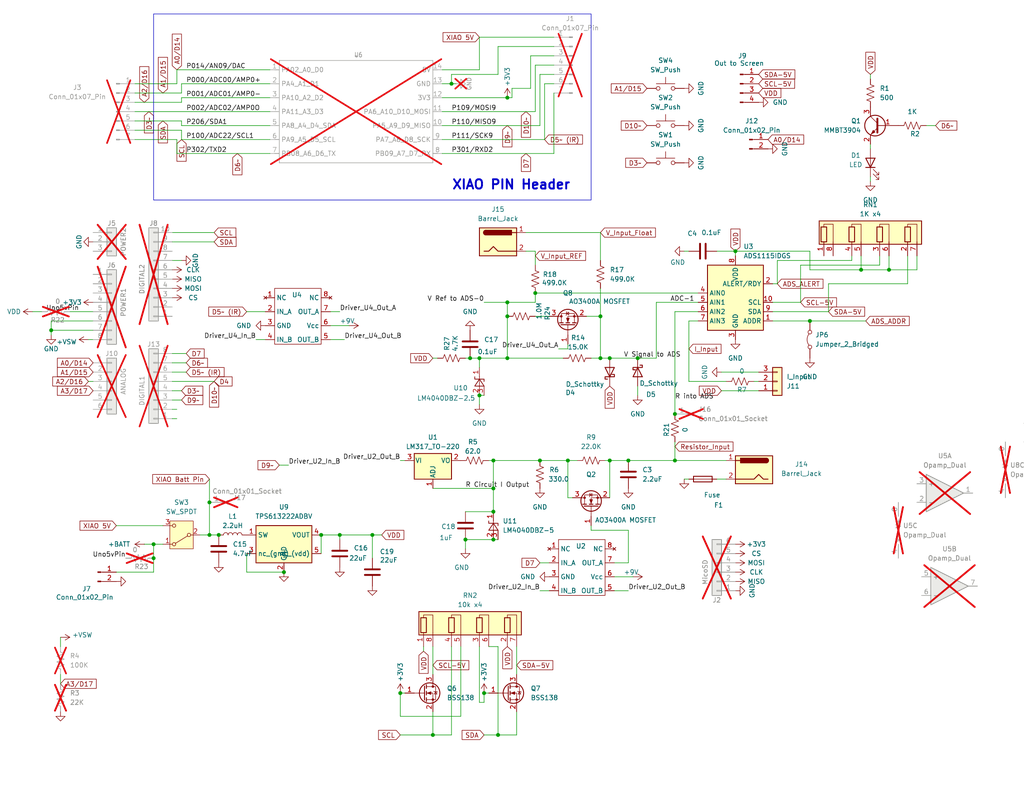
<source format=kicad_sch>
(kicad_sch (version 20250114) (generator "eeschema") (generator_version "9.0")
  (paper "USLetter")
  (title_block (title "Arduino Uno DMM Shield") (date "2025-02-22") (rev "1A") (company "Nick Mann"))
  (rectangle (start 41.91 3.81) (end 161.29 54.61))
  (text "XIAO PIN Header" (at 123.19 52.07 0) (effects (font (size 2.54 2.54) (bold yes)) (justify left bottom)))
  (junction (at 135.89 200.66))
  (junction (at 163.83 97.79))
  (junction (at 92.71 146.05))
  (junction (at 101.6 146.05))
  (junction (at 127 147.32))
  (junction (at 130.81 107.95))
  (junction (at 173.99 97.79))
  (junction (at -74.93 148.59))
  (junction (at 147.32 125.73))
  (junction (at 134.62 139.7))
  (junction (at 130.81 97.79))
  (junction (at -31.75 135.89))
  (junction (at 77.47 156.21))
  (junction (at 134.62 147.32))
  (junction (at 134.62 133.35))
  (junction (at 184.15 125.73))
  (junction (at 242.57 73.66))
  (junction (at 234.95 73.66))
  (junction (at 128.27 97.79))
  (junction (at 154.94 125.73))
  (junction (at 57.15 137.16))
  (junction (at -74.93 138.43))
  (junction (at -17.78 135.89))
  (junction (at 138.43 26.67))
  (junction (at 138.43 86.36))
  (junction (at 134.62 125.73))
  (junction (at 87.63 146.05))
  (junction (at 200.66 68.58))
  (junction (at 41.91 148.59))
  (junction (at 109.22 189.23))
  (junction (at 132.08 189.23))
  (junction (at 138.43 82.55))
  (junction (at 163.83 86.36))
  (junction (at -73.66 130.81))
  (junction (at 166.37 125.73))
  (junction (at 171.45 125.73))
  (junction (at -83.82 148.59))
  (junction (at 57.15 146.05))
  (junction (at 184.15 113.03))
  (junction (at 13.97 90.17))
  (junction (at 41.91 152.4))
  (junction (at 123.19 22.86))
  (junction (at 118.11 200.66))
  (junction (at 166.37 97.79))
  (junction (at -74.93 193.04))
  (junction (at 59.69 146.05))
  (junction (at -31.75 146.05))
  (junction (at -74.93 184.15))
  (junction (at 220.98 87.63))
  (junction (at 138.43 97.79))
  (junction (at 146.05 80.01))
  (junction (at -83.82 138.43))
  (wire (pts (xy 210.82 85.09) (xy 226.06 85.09)))
  (wire (pts (xy 92.71 146.05) (xy 92.71 147.32)))
  (wire (pts (xy 147.32 20.32) (xy 151.13 20.32)))
  (wire (pts (xy 48.26 22.86) (xy 48.26 19.05)))
  (wire (pts (xy 148.59 22.86) (xy 148.59 38.1)))
  (wire (pts (xy 237.49 48.26) (xy 237.49 49.53)))
  (wire (pts (xy 237.49 20.32) (xy 237.49 21.59)))
  (wire (pts (xy 46.99 96.52) (xy 50.8 96.52)))
  (wire (pts (xy 163.83 63.5) (xy 143.51 63.5)))
  (wire (pts (xy 120.65 38.1) (xy 148.59 38.1)))
  (wire (pts (xy 36.83 25.4) (xy 49.53 25.4)))
  (wire (pts (xy 110.49 189.23) (xy 109.22 189.23)))
  (wire (pts (xy 220.98 68.58) (xy 220.98 73.66)))
  (wire (pts (xy 140.97 200.66) (xy 140.97 194.31)))
  (wire (pts (xy 48.26 38.1) (xy 36.83 38.1)))
  (wire (pts (xy 16.51 173.99) (xy 16.51 176.53)))
  (wire (pts (xy 93.98 92.71) (xy 90.17 92.71)))
  (wire (pts (xy 139.7 24.13) (xy 144.78 24.13)))
  (wire (pts (xy 146.05 68.58) (xy 143.51 68.58)))
  (wire (pts (xy 135.89 200.66) (xy 140.97 200.66)))
  (wire (pts (xy 237.49 40.64) (xy 237.49 39.37)))
  (wire (pts (xy 13.97 90.17) (xy 13.97 91.44)))
  (wire (pts (xy 144.78 24.13) (xy 144.78 15.24)))
  (wire (pts (xy 123.19 22.86) (xy 123.19 20.32)))
  (wire (pts (xy 120.65 34.29) (xy 147.32 34.29)))
  (wire (pts (xy 133.35 189.23) (xy 132.08 189.23)))
  (wire (pts (xy 120.65 30.48) (xy 146.05 30.48)))
  (wire (pts (xy 31.75 156.21) (xy 41.91 156.21)))
  (wire (pts (xy 226.06 77.47) (xy 247.65 77.47)))
  (wire (pts (xy 46.99 66.04) (xy 58.42 66.04)))
  (wire (pts (xy 171.45 125.73) (xy 184.15 125.73)))
  (wire (pts (xy -92.71 148.59) (xy -83.82 148.59)))
  (wire (pts (xy 138.43 86.36) (xy 138.43 97.79)))
  (wire (pts (xy 46.99 99.06) (xy 50.8 99.06)))
  (wire (pts (xy 49.53 34.29) (xy 73.66 34.29)))
  (wire (pts (xy 13.97 90.17) (xy 25.4 90.17)))
  (wire (pts (xy 127 97.79) (xy 128.27 97.79)))
  (wire (pts (xy 140.97 176.53) (xy 140.97 184.15)))
  (wire (pts (xy 130.81 176.53) (xy 130.81 191.77)))
  (wire (pts (xy 120.65 19.05) (xy 130.81 19.05)))
  (wire (pts (xy 130.81 107.95) (xy 132.08 107.95)))
  (wire (pts (xy 161.29 144.78) (xy 161.29 143.51)))
  (wire (pts (xy 135.89 176.53) (xy 135.89 200.66)))
  (wire (pts (xy 198.12 104.14) (xy 187.96 104.14)))
  (wire (pts (xy -74.93 184.15) (xy -67.31 184.15)))
  (wire (pts (xy 212.09 77.47) (xy 210.82 77.47)))
  (wire (pts (xy 118.11 133.35) (xy 134.62 133.35)))
  (wire (pts (xy 163.83 97.79) (xy 166.37 97.79)))
  (wire (pts (xy 240.03 69.85) (xy 240.03 72.39)))
  (wire (pts (xy 130.81 110.49) (xy 130.81 107.95)))
  (wire (pts (xy 161.29 97.79) (xy 163.83 97.79)))
  (wire (pts (xy 49.53 22.86) (xy 73.66 22.86)))
  (wire (pts (xy 67.31 151.13) (xy 67.31 156.21)))
  (wire (pts (xy 173.99 97.79) (xy 179.07 97.79)))
  (wire (pts (xy 69.85 92.71) (xy 72.39 92.71)))
  (wire (pts (xy 138.43 26.67) (xy 120.65 26.67)))
  (wire (pts (xy -17.78 135.89) (xy -17.78 140.97)))
  (wire (pts (xy -31.75 135.89) (xy -17.78 135.89)))
  (wire (pts (xy 198.12 130.81) (xy 195.58 130.81)))
  (wire (pts (xy 41.91 152.4) (xy 41.91 148.59)))
  (wire (pts (xy 118.11 200.66) (xy 118.11 194.31)))
  (wire (pts (xy 247.65 69.85) (xy 247.65 77.47)))
  (wire (pts (xy -73.66 135.89) (xy -74.93 135.89)))
  (wire (pts (xy 242.57 73.66) (xy 242.57 69.85)))
  (wire (pts (xy 24.13 92.71) (xy 25.4 92.71)))
  (wire (pts (xy 187.96 87.63) (xy 187.96 104.14)))
  (wire (pts (xy 39.37 148.59) (xy 41.91 148.59)))
  (wire (pts (xy 49.53 25.4) (xy 49.53 22.86)))
  (wire (pts (xy 148.59 22.86) (xy 151.13 22.86)))
  (wire (pts (xy 184.15 85.09) (xy 190.5 85.09)))
  (wire (pts (xy 57.15 146.05) (xy 59.69 146.05)))
  (wire (pts (xy 49.53 33.02) (xy 49.53 34.29)))
  (wire (pts (xy 87.63 146.05) (xy 87.63 151.13)))
  (wire (pts (xy 163.83 86.36) (xy 163.83 97.79)))
  (wire (pts (xy 134.62 133.35) (xy 134.62 139.7)))
  (wire (pts (xy 132.08 82.55) (xy 138.43 82.55)))
  (wire (pts (xy 48.26 19.05) (xy 73.66 19.05)))
  (wire (pts (xy -38.1 146.05) (xy -31.75 146.05)))
  (wire (pts (xy 67.31 156.21) (xy 77.47 156.21)))
  (wire (pts (xy 220.98 87.63) (xy 210.82 87.63)))
  (wire (pts (xy 200.66 68.58) (xy 200.66 69.85)))
  (wire (pts (xy 46.99 101.6) (xy 50.8 101.6)))
  (wire (pts (xy 138.43 97.79) (xy 153.67 97.79)))
  (wire (pts (xy 130.81 100.33) (xy 130.81 97.79)))
  (wire (pts (xy -74.93 135.89) (xy -74.93 138.43)))
  (wire (pts (xy -74.93 191.77) (xy -74.93 193.04)))
  (wire (pts (xy 57.15 137.16) (xy 57.15 146.05)))
  (wire (pts (xy 138.43 82.55) (xy 138.43 86.36)))
  (wire (pts (xy 49.53 38.1) (xy 49.53 35.56)))
  (wire (pts (xy 184.15 120.65) (xy 184.15 125.73)))
  (wire (pts (xy 76.2 127) (xy 78.74 127)))
  (wire (pts (xy 173.99 105.41) (xy 173.99 107.95)))
  (wire (pts (xy 109.22 125.73) (xy 110.49 125.73)))
  (wire (pts (xy -73.66 118.11) (xy -73.66 130.81)))
  (wire (pts (xy 146.05 80.01) (xy 190.5 80.01)))
  (wire (pts (xy 250.19 69.85) (xy 250.19 73.66)))
  (wire (pts (xy 184.15 85.09) (xy 184.15 113.03)))
  (wire (pts (xy 200.66 68.58) (xy 195.58 68.58)))
  (wire (pts (xy -80.01 130.81) (xy -73.66 130.81)))
  (wire (pts (xy 147.32 153.67) (xy 149.86 153.67)))
  (wire (pts (xy 90.17 85.09) (xy 92.71 85.09)))
  (wire (pts (xy 92.71 146.05) (xy 101.6 146.05)))
  (wire (pts (xy 13.97 87.63) (xy 13.97 90.17)))
  (wire (pts (xy 115.57 177.8) (xy 115.57 176.53)))
  (wire (pts (xy 186.69 130.81) (xy 187.96 130.81)))
  (wire (pts (xy 242.57 73.66) (xy 250.19 73.66)))
  (wire (pts (xy 101.6 146.05) (xy 104.14 146.05)))
  (wire (pts (xy 166.37 125.73) (xy 171.45 125.73)))
  (wire (pts (xy -83.82 148.59) (xy -83.82 147.32)))
  (wire (pts (xy 146.05 30.48) (xy 146.05 17.78)))
  (wire (pts (xy 154.94 125.73) (xy 154.94 135.89)))
  (wire (pts (xy 154.94 95.25) (xy 154.94 93.98)))
  (wire (pts (xy -60.96 118.11) (xy -73.66 118.11)))
  (wire (pts (xy 146.05 86.36) (xy 149.86 86.36)))
  (wire (pts (xy 125.73 176.53) (xy 125.73 195.58)))
  (wire (pts (xy 48.26 38.1) (xy 48.26 41.91)))
  (wire (pts (xy 101.6 146.05) (xy 101.6 152.4)))
  (wire (pts (xy 36.83 30.48) (xy 73.66 30.48)))
  (wire (pts (xy -52.07 184.15) (xy -48.26 184.15)))
  (wire (pts (xy 252.73 34.29) (xy 255.27 34.29)))
  (wire (pts (xy -74.93 193.04) (xy -67.31 193.04)))
  (wire (pts (xy -52.07 191.77) (xy -48.26 191.77)))
  (wire (pts (xy 139.7 26.67) (xy 138.43 26.67)))
  (wire (pts (xy 127 139.7) (xy 134.62 139.7)))
  (wire (pts (xy 207.01 104.14) (xy 205.74 104.14)))
  (wire (pts (xy 132.08 200.66) (xy 135.89 200.66)))
  (wire (pts (xy 109.22 195.58) (xy 125.73 195.58)))
  (wire (pts (xy 130.81 10.16) (xy 130.81 19.05)))
  (wire (pts (xy 119.38 97.79) (xy 118.11 97.79)))
  (wire (pts (xy -74.93 138.43) (xy -74.93 139.7)))
  (wire (pts (xy 187.96 68.58) (xy 186.69 68.58)))
  (wire (pts (xy 146.05 17.78) (xy 151.13 17.78)))
  (wire (pts (xy 120.65 22.86) (xy 123.19 22.86)))
  (wire (pts (xy -92.71 138.43) (xy -92.71 139.7)))
  (wire (pts (xy 151.13 41.91) (xy 151.13 25.4)))
  (wire (pts (xy 16.51 184.15) (xy 16.51 186.69)))
  (wire (pts (xy 187.96 87.63) (xy 190.5 87.63)))
  (wire (pts (xy 144.78 15.24) (xy 151.13 15.24)))
  (wire (pts (xy 57.15 130.81) (xy 57.15 137.16)))
  (wire (pts (xy 46.99 109.22) (xy 49.53 109.22)))
  (wire (pts (xy 46.99 114.3) (xy 48.26 114.3)))
  (wire (pts (xy 130.81 97.79) (xy 128.27 97.79)))
  (wire (pts (xy 123.19 20.32) (xy 135.89 20.32)))
  (wire (pts (xy 24.13 104.14) (xy 25.4 104.14)))
  (wire (pts (xy 154.94 125.73) (xy 147.32 125.73)))
  (wire (pts (xy 212.09 71.12) (xy 232.41 71.12)))
  (wire (pts (xy 49.53 38.1) (xy 73.66 38.1)))
  (wire (pts (xy 154.94 125.73) (xy 157.48 125.73)))
  (wire (pts (xy 207.01 106.68) (xy 196.85 106.68)))
  (wire (pts (xy 179.07 82.55) (xy 179.07 97.79)))
  (wire (pts (xy -83.82 138.43) (xy -74.93 138.43)))
  (wire (pts (xy 46.99 104.14) (xy 58.42 104.14)))
  (wire (pts (xy -38.1 130.81) (xy -38.1 118.11)))
  (wire (pts (xy 46.99 111.76) (xy 48.26 111.76)))
  (wire (pts (xy 46.99 106.68) (xy 49.53 106.68)))
  (wire (pts (xy 48.26 41.91) (xy 73.66 41.91)))
  (wire (pts (xy -31.75 146.05) (xy -29.21 146.05)))
  (wire (pts (xy 67.31 85.09) (xy 72.39 85.09)))
  (wire (pts (xy 133.35 176.53) (xy 135.89 176.53)))
  (wire (pts (xy 134.62 125.73) (xy 147.32 125.73)))
  (wire (pts (xy 130.81 10.16) (xy 151.13 10.16)))
  (wire (pts (xy 139.7 24.13) (xy 139.7 26.67)))
  (wire (pts (xy 138.43 82.55) (xy 146.05 82.55)))
  (wire (pts (xy 218.44 72.39) (xy 240.03 72.39)))
  (wire (pts (xy 163.83 63.5) (xy 163.83 71.12)))
  (wire (pts (xy 41.91 156.21) (xy 41.91 152.4)))
  (wire (pts (xy 118.11 176.53) (xy 118.11 184.15)))
  (wire (pts (xy 118.11 200.66) (xy 109.22 200.66)))
  (wire (pts (xy -38.1 135.89) (xy -31.75 135.89)))
  (wire (pts (xy 25.4 87.63) (xy 13.97 87.63)))
  (wire (pts (xy -83.82 138.43) (xy -83.82 139.7)))
  (wire (pts (xy 160.02 86.36) (xy 163.83 86.36)))
  (wire (pts (xy 236.22 87.63) (xy 220.98 87.63)))
  (wire (pts (xy 46.99 71.12) (xy 49.53 71.12)))
  (wire (pts (xy -38.1 118.11) (xy -53.34 118.11)))
  (wire (pts (xy 165.1 125.73) (xy 166.37 125.73)))
  (wire (pts (xy 146.05 80.01) (xy 146.05 82.55)))
  (wire (pts (xy -92.71 138.43) (xy -83.82 138.43)))
  (wire (pts (xy 220.98 73.66) (xy 234.95 73.66)))
  (wire (pts (xy 120.65 41.91) (xy 151.13 41.91)))
  (wire (pts (xy 36.83 33.02) (xy 49.53 33.02)))
  (wire (pts (xy 49.53 26.67) (xy 73.66 26.67)))
  (wire (pts (xy 226.06 77.47) (xy 226.06 85.09)))
  (wire (pts (xy 161.29 144.78) (xy 171.45 144.78)))
  (wire (pts (xy 49.53 27.94) (xy 49.53 26.67)))
  (wire (pts (xy 36.83 35.56) (xy 49.53 35.56)))
  (wire (pts (xy 31.75 143.51) (xy 44.45 143.51)))
  (wire (pts (xy 207.01 101.6) (xy 196.85 101.6)))
  (wire (pts (xy 8.89 85.09) (xy 11.43 85.09)))
  (wire (pts (xy 127 147.32) (xy 134.62 147.32)))
  (wire (pts (xy -92.71 148.59) (xy -92.71 147.32)))
  (wire (pts (xy 212.09 71.12) (xy 212.09 77.47)))
  (wire (pts (xy 109.22 189.23) (xy 109.22 195.58)))
  (wire (pts (xy 147.32 20.32) (xy 147.32 34.29)))
  (wire (pts (xy 234.95 69.85) (xy 234.95 73.66)))
  (wire (pts (xy 171.45 144.78) (xy 171.45 153.67)))
  (wire (pts (xy -31.75 146.05) (xy -31.75 143.51)))
  (wire (pts (xy 154.94 135.89) (xy 156.21 135.89)))
  (wire (pts (xy 123.19 200.66) (xy 118.11 200.66)))
  (wire (pts (xy 166.37 97.79) (xy 173.99 97.79)))
  (wire (pts (xy 166.37 125.73) (xy 166.37 135.89)))
  (wire (pts (xy 179.07 82.55) (xy 190.5 82.55)))
  (wire (pts (xy 123.19 176.53) (xy 123.19 200.66)))
  (wire (pts (xy 146.05 68.58) (xy 146.05 72.39)))
  (wire (pts (xy 130.81 191.77) (xy 132.08 191.77)))
  (wire (pts (xy 19.05 85.09) (xy 25.4 85.09)))
  (wire (pts (xy 134.62 133.35) (xy 134.62 125.73)))
  (wire (pts (xy 54.61 146.05) (xy 57.15 146.05)))
  (wire (pts (xy 171.45 161.29) (xy 167.64 161.29)))
  (wire (pts (xy 135.89 20.32) (xy 135.89 12.7)))
  (wire (pts (xy 172.72 157.48) (xy 167.64 157.48)))
  (wire (pts (xy 171.45 153.67) (xy 167.64 153.67)))
  (wire (pts (xy 132.08 189.23) (xy 132.08 191.77)))
  (wire (pts (xy 200.66 68.58) (xy 220.98 68.58)))
  (wire (pts (xy 87.63 146.05) (xy 92.71 146.05)))
  (wire (pts (xy 218.44 72.39) (xy 218.44 82.55)))
  (wire (pts (xy 135.89 12.7) (xy 151.13 12.7)))
  (wire (pts (xy 232.41 71.12) (xy 232.41 69.85)))
  (wire (pts (xy 123.19 22.86) (xy 124.46 22.86)))
  (wire (pts (xy 163.83 78.74) (xy 163.83 86.36)))
  (wire (pts (xy 184.15 125.73) (xy 198.12 125.73)))
  (wire (pts (xy 130.81 97.79) (xy 138.43 97.79)))
  (wire (pts (xy -83.82 148.59) (xy -74.93 148.59)))
  (wire (pts (xy 95.25 88.9) (xy 90.17 88.9)))
  (wire (pts (xy 134.62 147.32) (xy 135.89 147.32)))
  (wire (pts (xy 41.91 148.59) (xy 44.45 148.59)))
  (wire (pts (xy 210.82 82.55) (xy 218.44 82.55)))
  (wire (pts (xy 36.83 22.86) (xy 48.26 22.86)))
  (wire (pts (xy 127 149.86) (xy 127 147.32)))
  (wire (pts (xy 234.95 73.66) (xy 242.57 73.66)))
  (wire (pts (xy -74.93 148.59) (xy -74.93 147.32)))
  (wire (pts (xy 152.4 95.25) (xy 154.94 95.25)))
  (wire (pts (xy 36.83 27.94) (xy 49.53 27.94)))
  (wire (pts (xy 46.99 63.5) (xy 58.42 63.5)))
  (wire (pts (xy -74.93 154.94) (xy -74.93 148.59)))
  (wire (pts (xy 147.32 161.29) (xy 149.86 161.29)))
  (wire (pts (xy 134.62 125.73) (xy 133.35 125.73)))
  (label "P000{slash}ADC00{slash}AMP0+" (at 50.8 22.86 0))
  (label "P109{slash}MOSI9" (at 123.19 30.48 0))
  (label "R Circuit I Output" (at 127 133.35 0))
  (label "Driver_U4_Out_A" (at 92.71 85.09 0))
  (label "Driver_U2_Out_B" (at 109.22 125.73 180))
  (label "V Ref to ADS-0" (at 132.08 82.55 180))
  (label "Driver_U2_In_B" (at 78.74 127 0))
  (label "Driver_U4_Out_B" (at 93.98 92.71 0))
  (label "V Signal to ADS" (at 170.18 97.79 0))
  (label "R into ADS" (at 184.15 109.22 0))
  (label "P301{slash}RXD2" (at 123.19 41.91 0))
  (label "Driver_U2_Out_B" (at 171.45 161.29 0))
  (label "P302{slash}TXD2" (at 50.8 41.91 0))
  (label "ADC-1" (at 182.88 82.55 0))
  (label "P206{slash}SDA1" (at 50.8 34.29 0))
  (label "P100{slash}ADC22{slash}SCL1" (at 50.8 38.1 0))
  (label "P001{slash}ADC01{slash}AMP0-" (at 50.8 26.67 0))
  (label "P110{slash}MISO9" (at 123.19 34.29 0))
  (label "Uno5vPin" (at 34.29 152.4 180))
  (label "P111{slash}SCK9" (at 123.19 38.1 0))
  (label "Driver_U4_In_B" (at 69.85 92.71 180))
  (label "P014{slash}AN09{slash}DAC" (at 50.8 19.05 0))
  (label "Driver_U2_In_B" (at 147.32 161.29 180))
  (label "Driver_U4_Out_A" (at 152.4 95.25 180))
  (label "Uno5vPin" (at 21.59 85.09 180))
  (label "P002{slash}ADC02{slash}AMP0O" (at 50.8 30.48 0))
  (global_label "A0{slash}D14" (shape input) (at 25.4 99.06 180) (property "Intersheetrefs" "${INTERSHEET_REFS}" (effects (hide yes))))
  (global_label "I_Input" (shape input) (at 187.96 95.25 0) (property "Intersheetrefs" "${INTERSHEET_REFS}" (effects (hide yes))))
  (global_label "D5~ (IR)" (shape input) (at 67.31 85.09 180) (property "Intersheetrefs" "${INTERSHEET_REFS}" (effects (hide yes))))
  (global_label "VDD" (shape input) (at 207.01 25.4 0) (property "Intersheetrefs" "${INTERSHEET_REFS}" (effects (hide yes))))
  (global_label "VDD" (shape input) (at 115.57 177.8 270) (property "Intersheetrefs" "${INTERSHEET_REFS}" (effects (hide yes))))
  (global_label "SCL" (shape input) (at 49.53 38.1 270) (property "Intersheetrefs" "${INTERSHEET_REFS}" (effects (hide yes))))
  (global_label "A2{slash}D16" (shape input) (at 39.37 27.94 90) (property "Intersheetrefs" "${INTERSHEET_REFS}" (effects (hide yes))))
  (global_label "SDA" (shape input) (at 132.08 200.66 180) (property "Intersheetrefs" "${INTERSHEET_REFS}" (effects (hide yes))))
  (global_label "D9~" (shape input) (at 49.53 109.22 0) (property "Intersheetrefs" "${INTERSHEET_REFS}" (effects (hide yes))))
  (global_label "VDD" (shape input) (at 196.85 106.68 180) (property "Intersheetrefs" "${INTERSHEET_REFS}" (effects (hide yes))))
  (global_label "XIAO 5V" (shape input) (at 31.75 143.51 180) (property "Intersheetrefs" "${INTERSHEET_REFS}" (effects (hide yes))))
  (global_label "D6~" (shape input) (at 50.8 99.06 0) (property "Intersheetrefs" "${INTERSHEET_REFS}" (effects (hide yes))))
  (global_label "ADS_ALERT" (shape input) (at 212.09 77.47 0) (property "Intersheetrefs" "${INTERSHEET_REFS}" (effects (hide yes))))
  (global_label "A0{slash}D14" (shape input) (at 48.26 19.05 90) (property "Intersheetrefs" "${INTERSHEET_REFS}" (effects (hide yes))))
  (global_label "D7" (shape input) (at 143.51 41.91 270) (property "Intersheetrefs" "${INTERSHEET_REFS}" (effects (hide yes))))
  (global_label "XIAO 5V" (shape input) (at 130.81 10.16 180) (property "Intersheetrefs" "${INTERSHEET_REFS}" (effects (hide yes))))
  (global_label "A2{slash}D16" (shape input) (at 24.13 104.14 180) (property "Intersheetrefs" "${INTERSHEET_REFS}" (effects (hide yes))))
  (global_label "VDD" (shape input) (at 104.14 146.05 0) (property "Intersheetrefs" "${INTERSHEET_REFS}" (effects (hide yes))))
  (global_label "D6~" (shape input) (at 255.27 34.29 0) (property "Intersheetrefs" "${INTERSHEET_REFS}" (effects (hide yes))))
  (global_label "SCL-5V" (shape input) (at 118.11 181.61 0) (property "Intersheetrefs" "${INTERSHEET_REFS}" (effects (hide yes))))
  (global_label "D4" (shape input) (at 58.42 104.14 0) (property "Intersheetrefs" "${INTERSHEET_REFS}" (effects (hide yes))))
  (global_label "VDD" (shape input) (at 166.37 105.41 270) (property "Intersheetrefs" "${INTERSHEET_REFS}" (effects (hide yes))))
  (global_label "D10~" (shape input) (at 176.53 34.29 180) (property "Intersheetrefs" "${INTERSHEET_REFS}" (effects (hide yes))))
  (global_label "D7" (shape input) (at 50.8 96.52 0) (property "Intersheetrefs" "${INTERSHEET_REFS}" (effects (hide yes))))
  (global_label "A1{slash}D15" (shape input) (at 176.53 24.13 180) (property "Intersheetrefs" "${INTERSHEET_REFS}" (effects (hide yes))))
  (global_label "Resistor_Input" (shape input) (at 184.15 121.92 0) (property "Intersheetrefs" "${INTERSHEET_REFS}" (effects (hide yes))))
  (global_label "SDA-5V" (shape input) (at 140.97 181.61 0) (property "Intersheetrefs" "${INTERSHEET_REFS}" (effects (hide yes))))
  (global_label "V_Input_Float" (shape input) (at 163.83 63.5 0) (property "Intersheetrefs" "${INTERSHEET_REFS}" (effects (hide yes))))
  (global_label "VDD" (shape input) (at -80.01 130.81 180) (property "Intersheetrefs" "${INTERSHEET_REFS}" (effects (hide yes))))
  (global_label "D7" (shape input) (at 147.32 153.67 180) (property "Intersheetrefs" "${INTERSHEET_REFS}" (effects (hide yes))))
  (global_label "A3{slash}D17" (shape input) (at 16.51 186.69 0) (property "Intersheetrefs" "${INTERSHEET_REFS}" (effects (hide yes))))
  (global_label "D3~" (shape input) (at 176.53 44.45 180) (property "Intersheetrefs" "${INTERSHEET_REFS}" (effects (hide yes))))
  (global_label "A3{slash}D17" (shape input) (at 25.4 106.68 180) (property "Intersheetrefs" "${INTERSHEET_REFS}" (effects (hide yes))))
  (global_label "VDD" (shape input) (at 237.49 20.32 90) (property "Intersheetrefs" "${INTERSHEET_REFS}" (effects (hide yes))))
  (global_label "SDA-5V" (shape input) (at 207.01 20.32 0) (property "Intersheetrefs" "${INTERSHEET_REFS}" (effects (hide yes))))
  (global_label "V_Input_REF" (shape input) (at 146.05 69.85 0) (property "Intersheetrefs" "${INTERSHEET_REFS}" (effects (hide yes))))
  (global_label "ADS_ADDR" (shape input) (at 236.22 87.63 0) (property "Intersheetrefs" "${INTERSHEET_REFS}" (effects (hide yes))))
  (global_label "D5~ (IR)" (shape input) (at 50.8 101.6 0) (property "Intersheetrefs" "${INTERSHEET_REFS}" (effects (hide yes))))
  (global_label "A0{slash}D14" (shape input) (at 209.55 38.1 0) (property "Intersheetrefs" "${INTERSHEET_REFS}" (effects (hide yes))))
  (global_label "A1{slash}D15" (shape input) (at 44.45 25.4 90) (property "Intersheetrefs" "${INTERSHEET_REFS}" (effects (hide yes))))
  (global_label "A1{slash}D15" (shape input) (at 25.4 101.6 180) (property "Intersheetrefs" "${INTERSHEET_REFS}" (effects (hide yes))))
  (global_label "D9~" (shape input) (at 138.43 34.29 270) (property "Intersheetrefs" "${INTERSHEET_REFS}" (effects (hide yes))))
  (global_label "SCL" (shape input) (at 58.42 63.5 0) (property "Intersheetrefs" "${INTERSHEET_REFS}" (effects (hide yes))))
  (global_label "SDA" (shape input) (at 58.42 66.04 0) (property "Intersheetrefs" "${INTERSHEET_REFS}" (effects (hide yes))))
  (global_label "SDA" (shape input) (at 44.45 33.02 270) (property "Intersheetrefs" "${INTERSHEET_REFS}" (effects (hide yes))))
  (global_label "D3~" (shape input) (at 40.64 30.48 270) (property "Intersheetrefs" "${INTERSHEET_REFS}" (effects (hide yes))))
  (global_label "SCL" (shape input) (at 109.22 200.66 180) (property "Intersheetrefs" "${INTERSHEET_REFS}" (effects (hide yes))))
  (global_label "VDD" (shape input) (at 138.43 176.53 270) (property "Intersheetrefs" "${INTERSHEET_REFS}" (effects (hide yes))))
  (global_label "D10~" (shape input) (at 58.42 104.14 270) (property "Intersheetrefs" "${INTERSHEET_REFS}" (effects (hide yes))))
  (global_label "VDD" (shape input) (at 200.66 68.58 90) (property "Intersheetrefs" "${INTERSHEET_REFS}" (effects (hide yes))))
  (global_label "D6~" (shape input) (at 64.77 41.91 270) (property "Intersheetrefs" "${INTERSHEET_REFS}" (effects (hide yes))))
  (global_label "XIAO Batt Pin" (shape input) (at 57.15 130.81 180) (property "Intersheetrefs" "${INTERSHEET_REFS}" (effects (hide yes))))
  (global_label "D10~" (shape input) (at 143.51 30.48 270) (property "Intersheetrefs" "${INTERSHEET_REFS}" (effects (hide yes))))
  (global_label "SCL-5V" (shape input) (at 207.01 22.86 0) (property "Intersheetrefs" "${INTERSHEET_REFS}" (effects (hide yes))))
  (global_label "SCL-5V" (shape input) (at 218.44 82.55 0) (property "Intersheetrefs" "${INTERSHEET_REFS}" (effects (hide yes))))
  (global_label "D3~" (shape input) (at 49.53 106.68 0) (property "Intersheetrefs" "${INTERSHEET_REFS}" (effects (hide yes))))
  (global_label "D5~ (IR)" (shape input) (at 148.59 38.1 0) (property "Intersheetrefs" "${INTERSHEET_REFS}" (effects (hide yes))))
  (global_label "VDD" (shape input) (at 118.11 97.79 180) (property "Intersheetrefs" "${INTERSHEET_REFS}" (effects (hide yes))))
  (global_label "SDA-5V" (shape input) (at 226.06 85.09 0) (property "Intersheetrefs" "${INTERSHEET_REFS}" (effects (hide yes))))
  (global_label "D9~" (shape input) (at 76.2 127 180) (property "Intersheetrefs" "${INTERSHEET_REFS}" (effects (hide yes))))
  (symbol (lib_id "Device:Opamp_Dual") (at 276.86 128.27 0) (unit 3) (dnp yes)
    (property "Reference" "U8" (at 275.59 126.9999 0) (effects (justify left)))
    (property "Value" "Opamp_Dual" (at 275.59 129.5399 0) (effects (justify left)))
    (property "Footprint" "Package_SO:SOIC-8_3.9x4.9mm_P1.27mm" (effects (hide yes)))
    (property "Description" "Dual operational amplifier" (effects (hide yes)))
    (property "Sim.Library" "${KICAD9_SYMBOL_DIR}/Simulation_SPICE.sp" (effects (hide yes)))
    (property "Sim.Name" "kicad_builtin_opamp_dual" (effects (hide yes)))
    (property "Sim.Device" "SUBCKT" (effects (hide yes)))
    (property "Sim.Pins" "1=out1 2=in1- 3=in1+ 4=vee 5=in2+ 6=in2- 7=out2 8=vcc" (effects (hide yes)))
  )
  (symbol (lib_id "Transistor_FET:BSS138") (at 115.57 189.23 0) (unit 1)
    (property "Reference" "Q6" (at 121.92 187.9599 0) (effects (justify left)))
    (property "Value" "BSS138" (at 121.92 190.4999 0) (effects (justify left)))
    (property "Footprint" "Package_TO_SOT_SMD:SOT-23" (effects (hide yes)))
    (property "Datasheet" "https://www.onsemi.com/pub/Collateral/BSS138-D.PDF" (effects (hide yes)))
    (property "Description" "50V Vds, 0.22A Id, N-Channel MOSFET, SOT-23" (effects (hide yes)))
  )
  (symbol (lib_name "+BATT_1") (lib_id "power:+BATT") (at 39.37 148.59 90) (unit 1)
    (property "Reference" "#PWR063" (effects (hide yes)))
    (property "Value" "+BATT" (at 35.56 148.5901 90) (effects (justify left)))
    (property "Description" "Power symbol creates a global label with name \"+BATT\"" (effects (hide yes)))
  )
  (symbol (lib_id "Device:C") (at -74.93 187.96 0) (unit 1)
    (property "Reference" "C10" (at -72.644 190.754 0) (effects (justify left)))
    (property "Value" "4.7uF" (at -83.312 187.96 0) (effects (justify left)))
    (property "Footprint" "Capacitor_SMD:C_0805_2012Metric_Pad1.18x1.45mm_HandSolder" (effects (hide yes)))
    (property "Description" "Unpolarized capacitor" (effects (hide yes)))
    (property "Function" "Charge Pump" (effects (hide yes)))
  )
  (symbol (lib_id "Device:C") (at -92.71 143.51 0) (unit 1)
    (property "Reference" "C6" (at -91.694 146.304 0) (effects (justify left)))
    (property "Value" "1uF" (at -97.028 146.812 0) (effects (justify left)))
    (property "Footprint" "Capacitor_SMD:C_0805_2012Metric_Pad1.18x1.45mm_HandSolder" (effects (hide yes)))
    (property "Description" "Unpolarized capacitor" (effects (hide yes)))
    (property "Function" "Charge Pump" (effects (hide yes)))
  )
  (symbol (lib_id "power:+3.3V") (at 200.66 151.13 270) (unit 1)
    (property "Reference" "#PWR076" (effects (hide yes)))
    (property "Value" "CS" (at 206.375 151.13 90))
  )
  (symbol (lib_id "power:GND") (at -17.78 148.59 0) (unit 1)
    (property "Reference" "#PWR016" (effects (hide yes)))
    (property "Value" "GND" (effects (hide yes)))
    (property "Description" "Power symbol creates a global label with name \"GND\" , ground" (effects (hide yes)))
  )
  (symbol (lib_id "Device:R_US") (at 172.72 234.95 180) (unit 1) (on_board no) (dnp yes)
    (property "Reference" "R19" (at 170.688 236.22 0) (effects (justify left)))
    (property "Value" "10K" (at 170.942 233.934 0) (effects (justify left)))
    (property "Footprint" "Resistor_SMD:R_0805_2012Metric_Pad1.20x1.40mm_HandSolder" (effects (hide yes)))
    (property "Description" "Resistor, US symbol" (effects (hide yes)))
    (property "ValueTemp" "5K" (effects (hide yes)))
    (property "Function" "Current Limit" (effects (hide yes)))
  )
  (symbol (lib_id "power:+9V") (at -74.93 193.04 90) (unit 1)
    (property "Reference" "#PWR036" (effects (hide yes)))
    (property "Value" "+9V" (at -80.01 193.04 0))
    (property "Description" "Power symbol creates a global label with name \"+9V\"" (effects (hide yes)))
  )
  (symbol (lib_id "Transistor_FET:DMG2302U") (at 154.94 88.9 90) (unit 1)
    (property "Reference" "Q8" (at 154.94 80.01 90))
    (property "Value" "AO3400A MOSFET" (at 163.576 82.296 90))
    (property "Footprint" "Package_TO_SOT_SMD:SOT-23" (effects (hide yes)))
    (property "Datasheet" "http://www.diodes.com/assets/Datasheets/DMG2302U.pdf" (effects (hide yes)))
    (property "Description" "4.2A Id, 20V Vds, N-Channel MOSFET, SOT-23" (effects (hide yes)))
    (property "Function" "R Circuit Range Switch" (effects (hide yes)))
  )
  (symbol (lib_id "Transistor_FET:DMG2302U") (at 161.29 138.43 90) (unit 1)
    (property "Reference" "Q2" (at 161.29 129.54 90))
    (property "Value" "AO3400A MOSFET" (at 170.688 141.986 90))
    (property "Footprint" "Package_TO_SOT_SMD:SOT-23" (effects (hide yes)))
    (property "Datasheet" "http://www.diodes.com/assets/Datasheets/DMG2302U.pdf" (effects (hide yes)))
    (property "Description" "4.2A Id, 20V Vds, N-Channel MOSFET, SOT-23" (effects (hide yes)))
    (property "Function" "R Circuit Range Switch" (effects (hide yes)))
  )
  (symbol (lib_id "Device:C") (at -83.82 143.51 0) (unit 1)
    (property "Reference" "C5" (at -83.058 146.304 0) (effects (justify left)))
    (property "Value" "1uF" (at -88.138 146.812 0) (effects (justify left)))
    (property "Footprint" "Capacitor_SMD:C_0805_2012Metric_Pad1.18x1.45mm_HandSolder" (effects (hide yes)))
    (property "Description" "Unpolarized capacitor" (effects (hide yes)))
    (property "Function" "Charge Pump" (effects (hide yes)))
  )
  (symbol (lib_id "Connector:Conn_01x07_Pin") (at 156.21 17.78 0) (mirror y) (unit 1) (dnp yes)
    (property "Reference" "J1" (at 155.575 5.08 0))
    (property "Value" "Conn_01x07_Pin" (at 155.575 7.62 0))
    (property "Footprint" "Connector_PinSocket_2.54mm:PinSocket_1x07_P2.54mm_Vertical" (effects (hide yes)))
    (property "Description" "Generic connector, single row, 01x07, script generated" (effects (hide yes)))
  )
  (symbol (lib_id "power:+3.3V") (at 25.4 82.55 90) (unit 1)
    (property "Reference" "#PWR021" (effects (hide yes)))
    (property "Value" "+3V3" (at 19.685 82.55 90))
  )
  (symbol (lib_id "power:+9V") (at -17.78 135.89 270) (unit 1)
    (property "Reference" "#PWR015" (effects (hide yes)))
    (property "Value" "+9V" (at -13.97 135.8899 90) (effects (justify left)))
    (property "Description" "Power symbol creates a global label with name \"+9V\"" (effects (hide yes)))
  )
  (symbol (lib_id "Device:R_US") (at 15.24 85.09 90) (unit 1) (dnp yes)
    (property "Reference" "R22" (at 15.748 87.376 90))
    (property "Value" "0" (at 15.748 82.296 90))
    (property "Footprint" "Resistor_SMD:R_0805_2012Metric_Pad1.20x1.40mm_HandSolder" (effects (hide yes)))
    (property "Description" "Resistor, US symbol" (effects (hide yes)))
    (property "Function" "BJTCurrentLimit1" (effects (hide yes)))
  )
  (symbol (lib_id "Analog_ADC:ADS1115IDGS") (at 200.66 82.55 0) (unit 1)
    (property "Reference" "U3" (at 202.8541 67.31 0) (effects (justify left)))
    (property "Value" "ADS1115IDGS" (at 202.8541 69.85 0) (effects (justify left)))
    (property "Footprint" "Package_SO:TSSOP-10_3x3mm_P0.5mm" (effects (hide yes)))
    (property "Datasheet" "http://www.ti.com/lit/ds/symlink/ads1113.pdf" (effects (hide yes)))
    (property "Description" "Ultra-Small, Low-Power, I2C-Compatible, 860-SPS, 16-Bit ADCs With Internal Reference, Oscillator, and Programmable Comparator, VSSOP-10" (effects (hide yes)))
    (property "ValueTemp" "ADS1115IDGS" (effects (hide yes)))
  )
  (symbol (lib_id "Device:C") (at 59.69 149.86 0) (unit 1)
    (property "Reference" "C15" (at 63.5 148.5899 0) (effects (justify left)))
    (property "Value" "4.7uF" (at 63.5 151.1299 0) (effects (justify left)))
    (property "Footprint" "Capacitor_SMD:C_0805_2012Metric_Pad1.18x1.45mm_HandSolder" (effects (hide yes)))
    (property "Description" "Unpolarized capacitor" (effects (hide yes)))
    (property "Function" "Boost Circuit Input" (effects (hide yes)))
  )
  (symbol (lib_id "Device:Fuse") (at 191.77 130.81 270) (mirror x) (unit 1)
    (property "Reference" "F1" (at 196.088 137.922 90))
    (property "Value" "Fuse" (at 194.31 135.128 90))
    (property "Footprint" "Fuse:Fuse_1206_3216Metric_Pad1.42x1.75mm_HandSolder" (effects (hide yes)))
    (property "Description" "Fuse" (effects (hide yes)))
    (property "Function" "Dead Short Protection" (effects (hide yes)))
  )
  (symbol (lib_id "Connector_Generic:Conn_01x10") (at 41.91 76.2 180) (unit 1) (dnp yes)
    (property "Reference" "J8" (at 41.91 60.96 0))
    (property "Value" "DIGITAL2" (at 38.735 76.2 90))
    (property "Footprint" "Library:PinHeader_1x10_P2.54mm_Vertical_NoBox" (effects (hide yes)))
    (property "ValueTemp" "DIGITAL2" (effects (hide yes)))
  )
  (symbol (lib_id "Reference_Voltage:LM4040DBZ-5") (at 134.62 143.51 90) (unit 1)
    (property "Reference" "U11" (at 137.16 142.2399 90) (effects (justify right)))
    (property "Value" "LM4040DBZ-5" (at 137.16 144.7799 90) (effects (justify right)))
    (property "Footprint" "Package_TO_SOT_SMD:SOT-23" (effects (hide yes)))
    (property "Datasheet" "http://www.ti.com/lit/ds/symlink/lm4040-n.pdf" (effects (hide yes)))
    (property "Description" "5.000V Precision Micropower Shunt Voltage Reference, SOT-23" (effects (hide yes)))
    (property "Function" "R Circuit Reference" (effects (hide yes)))
  )
  (symbol (lib_id "power:+3.3V") (at 46.99 78.74 270) (unit 1)
    (property "Reference" "#PWR02" (effects (hide yes)))
    (property "Value" "MOSI" (at 52.705 78.74 90))
  )
  (symbol (lib_id "power:GND") (at 13.97 91.44 0) (unit 1)
    (property "Reference" "#PWR018" (effects (hide yes)))
    (property "Value" "GND" (at 13.97 95.25 0))
  )
  (symbol (lib_id "power:+VSW") (at 24.13 92.71 90) (unit 1)
    (property "Reference" "#PWR019" (effects (hide yes)))
    (property "Value" "+VSW" (at 20.955 93.345 90) (effects (justify left)))
  )
  (symbol (lib_id "Connector:Conn_01x02_Pin") (at 26.67 156.21 0) (unit 1)
    (property "Reference" "J7" (at 23.622 160.782 0))
    (property "Value" "Conn_01x02_Pin" (at 23.114 163.068 0))
    (property "Footprint" "Connector_PinSocket_2.54mm:PinSocket_1x02_P2.54mm_Vertical" (effects (hide yes)))
    (property "Description" "Generic connector, single row, 01x02, script generated" (effects (hide yes)))
  )
  (symbol (lib_id "power:GND") (at 77.47 156.21 0) (unit 1)
    (property "Reference" "#PWR029" (effects (hide yes)))
    (property "Value" "GND" (effects (hide yes)))
    (property "Description" "Power symbol creates a global label with name \"GND\" , ground" (effects (hide yes)))
  )
  (symbol (lib_id "power:GND") (at 127 149.86 0) (unit 1)
    (property "Reference" "#PWR042" (effects (hide yes)))
    (property "Value" "GND" (at 125.984 154.94 0))
    (property "Description" "Power symbol creates a global label with name \"GND\" , ground" (effects (hide yes)))
  )
  (symbol (lib_id "Device:R_US") (at 163.83 74.93 0) (unit 1)
    (property "Reference" "R17" (at 166.37 73.6599 0) (effects (justify left)))
    (property "Value" "499.0K" (at 166.37 76.1999 0) (effects (justify left)))
    (property "Footprint" "Resistor_SMD:R_0805_2012Metric_Pad1.20x1.40mm_HandSolder" (effects (hide yes)))
    (property "Description" "Resistor, US symbol" (effects (hide yes)))
    (property "ValueTemp" "75K" (effects (hide yes)))
    (property "Function" "V Signal Divider" (effects (hide yes)))
  )
  (symbol (lib_id "power:GND") (at 101.6 160.02 0) (unit 1)
    (property "Reference" "#PWR082" (effects (hide yes)))
    (property "Value" "GND" (effects (hide yes)))
    (property "Description" "Power symbol creates a global label with name \"GND\" , ground" (effects (hide yes)))
  )
  (symbol (lib_id "Device:R_US") (at 123.19 97.79 90) (unit 1)
    (property "Reference" "R27" (at 121.92 95.758 0) (effects (justify left)))
    (property "Value" "4.7K" (at 124.206 96.012 0) (effects (justify left)))
    (property "Footprint" "Resistor_SMD:R_0805_2012Metric_Pad1.20x1.40mm_HandSolder" (effects (hide yes)))
    (property "Description" "Resistor, US symbol" (effects (hide yes)))
    (property "ValueTemp" "5K" (effects (hide yes)))
    (property "Function" "Current Limit" (effects (hide yes)))
  )
  (symbol (lib_id "power:GND") (at 171.45 133.35 0) (unit 1)
    (property "Reference" "#PWR047" (effects (hide yes)))
    (property "Value" "GND" (at 171.45 138.43 0))
    (property "Description" "Power symbol creates a global label with name \"GND\" , ground" (effects (hide yes)))
  )
  (symbol (lib_id "Device:C") (at -74.93 143.51 0) (unit 1)
    (property "Reference" "C1" (at -73.406 146.558 0) (effects (justify left)))
    (property "Value" "1uF" (at -79.248 146.812 0) (effects (justify left)))
    (property "Footprint" "Capacitor_SMD:C_0805_2012Metric_Pad1.18x1.45mm_HandSolder" (effects (hide yes)))
    (property "Description" "Unpolarized capacitor" (effects (hide yes)))
    (property "Function" "Charge Pump" (effects (hide yes)))
  )
  (symbol (lib_id "Connector:Conn_01x04_Pin") (at 201.93 22.86 0) (unit 1)
    (property "Reference" "J9" (at 202.565 15.24 0))
    (property "Value" "Out to Screen" (at 201.676 17.272 0))
    (property "Footprint" "Connector_PinSocket_2.54mm:PinSocket_1x04_P2.54mm_Vertical" (effects (hide yes)))
    (property "Description" "Generic connector, single row, 01x04, script generated" (effects (hide yes)))
    (property "ValueTemp" "Out to Screen" (effects (hide yes)))
  )
  (symbol (lib_id "Device:D_Schottky") (at 173.99 101.6 270) (unit 1)
    (property "Reference" "D5" (at 176.276 107.696 90) (effects (justify left)))
    (property "Value" "D_Schottky" (at 174.498 104.648 90) (effects (justify left)))
    (property "Footprint" "Diode_SMD:D_SOD-123" (effects (hide yes)))
    (property "Description" "Schottky diode" (effects (hide yes)))
    (property "Function" "Overvoltage Proection" (effects (hide yes)))
  )
  (symbol (lib_id "Switch:SW_Push") (at 181.61 44.45 0) (unit 1)
    (property "Reference" "SW1" (at 181.61 36.83 0))
    (property "Value" "SW_Push" (at 181.61 39.37 0))
    (property "Footprint" "Button_Switch_SMD:SW_SPST_CK_RS282G05A3" (effects (hide yes)))
    (property "Description" "Push button switch, generic, two pins" (effects (hide yes)))
    (property "ValueTemp" "SW_Push" (effects (hide yes)))
  )
  (symbol (lib_id "power:GND") (at 209.55 40.64 90) (unit 1)
    (property "Reference" "#PWR044" (effects (hide yes)))
    (property "Value" "GND" (at 214.122 40.64 0))
    (property "Description" "Power symbol creates a global label with name \"GND\" , ground" (effects (hide yes)))
  )
  (symbol (lib_id "power:+5V") (at -67.31 186.69 90) (unit 1)
    (property "Reference" "#PWR039" (effects (hide yes)))
    (property "Value" "VDD" (at -71.628 186.69 90))
  )
  (symbol (lib_id "Connector_Generic:Conn_01x06") (at 195.58 156.21 180) (unit 1) (dnp yes)
    (property "Reference" "J2" (at 195.58 163.83 0))
    (property "Value" "MicoSD" (at 192.405 156.21 90))
    (property "Footprint" "Connector_PinSocket_2.54mm:PinSocket_1x06_P2.54mm_Vertical" (effects (hide yes)))
  )
  (symbol (lib_id "power:GND") (at 186.69 44.45 90) (unit 1)
    (property "Reference" "#PWR024" (effects (hide yes)))
    (property "Value" "GND" (at 191.262 44.45 0))
    (property "Description" "Power symbol creates a global label with name \"GND\" , ground" (effects (hide yes)))
  )
  (symbol (lib_id "Connector_Generic:Conn_01x06") (at 30.48 104.14 0) (unit 1) (dnp yes)
    (property "Reference" "J10" (at 30.48 96.52 0))
    (property "Value" "ANALOG" (at 33.655 104.14 90))
    (property "Footprint" "Library:PinHeader_1x06_P2.54mm_Vertical_NoBox" (effects (hide yes)))
    (property "ValueTemp" "ANALOG" (effects (hide yes)))
  )
  (symbol (lib_id "power:GND") (at -74.93 184.15 270) (unit 1)
    (property "Reference" "#PWR037" (effects (hide yes)))
    (property "Value" "GND" (at -79.502 182.626 0))
    (property "Description" "Power symbol creates a global label with name \"GND\" , ground" (effects (hide yes)))
  )
  (symbol (lib_id "Device:R_Pack04_SIP") (at 237.49 64.77 0) (unit 1)
    (property "Reference" "RN1" (at 237.49 55.88 0))
    (property "Value" "1K x4" (at 237.49 58.42 0))
    (property "Footprint" "Library:RESCAXS127P508X320X70-8N" (effects (hide yes)))
    (property "Datasheet" "http://www.vishay.com/docs/31509/csc.pdf" (effects (hide yes)))
    (property "Description" "4 resistor network, parallel topology, SIP package" (effects (hide yes)))
  )
  (symbol (lib_id "power:GND") (at 92.71 154.94 0) (unit 1)
    (property "Reference" "#PWR010" (effects (hide yes)))
    (property "Value" "GND" (effects (hide yes)))
    (property "Description" "Power symbol creates a global label with name \"GND\" , ground" (effects (hide yes)))
  )
  (symbol (lib_id "Seeed_libdb:Module/XIAO-HALF-HOLE") (at 97.79 30.48 0) (unit 1) (on_board no) (dnp yes)
    (property "Reference" "U6" (at 97.79 14.986 0) (effects (font (size 1.27 1.0795))))
    (property "Value" "~" (at 97.155 15.24 0) (effects (font (size 1.27 1.0795))))
    (property "SKU" "XIAO-HALF-HOLE" (effects (hide yes)))
  )
  (symbol (lib_id "power:GND") (at 147.32 133.35 0) (unit 1)
    (property "Reference" "#PWR035" (effects (hide yes)))
    (property "Value" "GND" (at 147.32 138.43 0))
    (property "Description" "Power symbol creates a global label with name \"GND\" , ground" (effects (hide yes)))
  )
  (symbol (lib_id "power:+3.3V") (at 200.66 153.67 270) (unit 1)
    (property "Reference" "#PWR077" (effects (hide yes)))
    (property "Value" "MOSI" (at 206.375 153.67 90))
  )
  (symbol (lib_id "MIC4801:MAX1683") (at -66.04 189.23 0) (unit 1)
    (property "Reference" "U7" (at -59.69 179.07 0))
    (property "Value" "MAX1683" (at -59.69 181.61 0))
    (property "Footprint" "Package_TO_SOT_SMD:SOT-23-5_HandSoldering" (effects (hide yes)))
    (property "Datasheet" "https://www.analog.com/media/en/technical-documentation/data-sheets/MAX1682-MAX1683.pdf" (effects (hide yes)))
    (property "Description" "IC REG CHARGE PUMP 2VIN SOT23-5" (effects (hide yes)))
    (property "Function" "Voltage Doubler" (effects (hide yes)))
  )
  (symbol (lib_id "power:+VSW") (at 16.51 173.99 270) (unit 1)
    (property "Reference" "#PWR028" (effects (hide yes)))
    (property "Value" "+VSW" (at 19.685 173.355 90) (effects (justify left)))
  )
  (symbol (lib_id "power:+3.3V") (at 200.66 158.75 270) (unit 1)
    (property "Reference" "#PWR079" (effects (hide yes)))
    (property "Value" "MISO" (at 206.375 158.75 90))
  )
  (symbol (lib_id "Device:Opamp_Dual") (at 288.29 143.51 0) (unit 2) (dnp yes)
    (property "Reference" "U8" (at 288.29 133.35 0))
    (property "Value" "Opamp_Dual" (at 288.29 135.89 0))
    (property "Footprint" "Package_SO:SOIC-8_3.9x4.9mm_P1.27mm" (effects (hide yes)))
    (property "Description" "Dual operational amplifier" (effects (hide yes)))
    (property "Sim.Library" "${KICAD9_SYMBOL_DIR}/Simulation_SPICE.sp" (effects (hide yes)))
    (property "Sim.Name" "kicad_builtin_opamp_dual" (effects (hide yes)))
    (property "Sim.Device" "SUBCKT" (effects (hide yes)))
    (property "Sim.Pins" "1=out1 2=in1- 3=in1+ 4=vee 5=in2+ 6=in2- 7=out2 8=vcc" (effects (hide yes)))
  )
  (symbol (lib_id "Device:Opamp_Dual") (at 247.65 144.78 0) (unit 3) (dnp yes)
    (property "Reference" "U5" (at 246.38 143.5099 0) (effects (justify left)))
    (property "Value" "Opamp_Dual" (at 246.38 146.0499 0) (effects (justify left)))
    (property "Footprint" "Package_SO:SOIC-8_3.9x4.9mm_P1.27mm" (effects (hide yes)))
    (property "Description" "Dual operational amplifier" (effects (hide yes)))
    (property "Sim.Library" "${KICAD9_SYMBOL_DIR}/Simulation_SPICE.sp" (effects (hide yes)))
    (property "Sim.Name" "kicad_builtin_opamp_dual" (effects (hide yes)))
    (property "Sim.Device" "SUBCKT" (effects (hide yes)))
    (property "Sim.Pins" "1=out1 2=in1- 3=in1+ 4=vee 5=in2+ 6=in2- 7=out2 8=vcc" (effects (hide yes)))
  )
  (symbol (lib_id "power:GND") (at 207.01 27.94 90) (unit 1)
    (property "Reference" "#PWR041" (effects (hide yes)))
    (property "Value" "GND" (at 210.82 27.9399 90) (effects (justify right)))
    (property "Description" "Power symbol creates a global label with name \"GND\" , ground" (effects (hide yes)))
  )
  (symbol (lib_id "Connector:Barrel_Jack") (at 135.89 66.04 0) (unit 1)
    (property "Reference" "J15" (at 135.89 57.15 0))
    (property "Value" "Barrel_Jack" (at 135.89 59.69 0))
    (property "Footprint" "Connector_BarrelJack:BarrelJack_Horizontal" (effects (hide yes)))
    (property "Description" "DC Barrel Jack" (effects (hide yes)))
    (property "ValueTemp" "Barrel_Jack" (effects (hide yes)))
  )
  (symbol (lib_id "Connector_Generic:Conn_01x08") (at 30.48 82.55 0) (unit 1) (dnp yes)
    (property "Reference" "J6" (at 29.21 72.39 0) (effects (justify left)))
    (property "Value" "POWER1" (at 33.655 82.55 90))
    (property "Footprint" "Library:PinHeader_1x08_P2.54mm_Vertical_NoBox" (effects (hide yes)))
    (property "ValueTemp" "POWER1" (effects (hide yes)))
  )
  (symbol (lib_id "Device:R_US") (at 172.72 223.52 180) (unit 1) (on_board no) (dnp yes)
    (property "Reference" "R20" (at 170.688 224.79 0) (effects (justify left)))
    (property "Value" "10K" (at 170.942 222.504 0) (effects (justify left)))
    (property "Footprint" "Resistor_SMD:R_0805_2012Metric_Pad1.20x1.40mm_HandSolder" (effects (hide yes)))
    (property "Description" "Resistor, US symbol" (effects (hide yes)))
    (property "ValueTemp" "5K" (effects (hide yes)))
    (property "Function" "Current Limit" (effects (hide yes)))
  )
  (symbol (lib_id "Connector:Conn_01x07_Pin") (at 31.75 30.48 0) (unit 1) (dnp yes)
    (property "Reference" "J3" (at 21.082 23.876 0))
    (property "Value" "Conn_01x07_Pin" (at 21.082 26.416 0))
    (property "Footprint" "Connector_PinSocket_2.54mm:PinSocket_1x07_P2.54mm_Vertical" (effects (hide yes)))
    (property "Description" "Generic connector, single row, 01x07, script generated" (effects (hide yes)))
  )
  (symbol (lib_name "GND_5") (lib_id "power:GND") (at 124.46 22.86 90) (unit 1) (dnp yes)
    (property "Reference" "#PWR07" (effects (hide yes)))
    (property "Value" "GND" (at 128.016 22.86 0) (effects (font (size 1.143 1.143))))
    (property "Description" "Power symbol creates a global label with name \"GND\" , ground" (effects (hide yes)))
  )
  (symbol (lib_id "CustomLibrary:IX4426_") (at 152.4 146.05 0) (unit 1)
    (property "Reference" "U2" (at 158.496 149.098 0))
    (property "Value" "IX4426N" (effects (hide yes)))
    (property "Footprint" "Package_SO:SOIC-8_3.9x4.9mm_P1.27mm" (effects (hide yes)))
  )
  (symbol (lib_id "Device:C") (at 101.6 156.21 0) (unit 1)
    (property "Reference" "C19" (at 103.632 150.622 0) (effects (justify left)))
    (property "Value" "22uF" (at 103.632 152.9079 0) (effects (justify left)))
    (property "Footprint" "Capacitor_SMD:C_0805_2012Metric_Pad1.18x1.45mm_HandSolder" (effects (hide yes)))
    (property "Description" "Unpolarized capacitor" (effects (hide yes)))
    (property "Function" "Boost Output Smoothing" (effects (hide yes)))
  )
  (symbol (lib_id "power:+5V") (at 8.89 85.09 90) (unit 1)
    (property "Reference" "#PWR022" (effects (hide yes)))
    (property "Value" "VDD" (at 3.81 85.09 90))
  )
  (symbol (lib_id "power:GND") (at -29.21 153.67 0) (unit 1)
    (property "Reference" "#PWR014" (effects (hide yes)))
    (property "Value" "GND" (effects (hide yes)))
    (property "Description" "Power symbol creates a global label with name \"GND\" , ground" (effects (hide yes)))
  )
  (symbol (lib_id "Regulator_Switching:TPS613222ADBV") (at 77.47 148.59 0) (unit 1)
    (property "Reference" "U9" (at 77.47 138.43 0))
    (property "Value" "TPS613222ADBV" (at 77.47 140.97 0))
    (property "Footprint" "Package_TO_SOT_SMD:SOT-23-5" (effects (hide yes)))
    (property "Datasheet" "http://www.ti.com/lit/ds/symlink/tps61322.pdf" (effects (hide yes)))
    (property "Description" "1.8A Step-Up Converter, 5V Output Voltage, 0.9-5.5V Input Voltage, SOT-23-5" (effects (hide yes)))
  )
  (symbol (lib_id "Device:R_US") (at 147.32 129.54 180) (unit 1)
    (property "Reference" "R6" (at 149.86 128.2699 0) (effects (justify right)))
    (property "Value" "330.0" (at 149.606 130.81 0) (effects (justify right)))
    (property "Footprint" "Resistor_SMD:R_0805_2012Metric_Pad1.20x1.40mm_HandSolder" (effects (hide yes)))
    (property "Description" "Resistor, US symbol" (effects (hide yes)))
    (property "Function" "330 R Circuit I Bleeder" (effects (hide yes)))
  )
  (symbol (lib_id "Device:L") (at 63.5 146.05 90) (unit 1)
    (property "Reference" "L1" (at 63.5 140.97 90))
    (property "Value" "2.2uH" (at 63.5 143.51 90))
    (property "Footprint" "Inductor_SMD:L_Murata_DFE201610P" (effects (hide yes)))
    (property "Description" "Inductor" (effects (hide yes)))
  )
  (symbol (lib_id "power:+3.3V") (at 46.99 73.66 270) (unit 1)
    (property "Reference" "#PWR03" (effects (hide yes)))
    (property "Value" "CLK" (at 52.705 73.66 90))
  )
  (symbol (lib_id "Device:R_US") (at 161.29 125.73 90) (unit 1)
    (property "Reference" "R9" (at 161.29 119.38 90))
    (property "Value" "22.0K" (at 161.29 121.92 90))
    (property "Footprint" "Resistor_SMD:R_0805_2012Metric_Pad1.20x1.40mm_HandSolder" (effects (hide yes)))
    (property "Description" "Resistor, US symbol" (effects (hide yes)))
    (property "Function" "R Circuit Divider" (effects (hide yes)))
  )
  (symbol (lib_id "Connector:Conn_01x01_Socket") (at 62.23 137.16 0) (unit 1) (dnp yes)
    (property "Reference" "J17" (at 63.5 135.8899 0) (effects (justify left)))
    (property "Value" "Conn_01x01_Socket" (at 57.912 134.112 0) (effects (justify left)))
    (property "Footprint" "Connector_PinSocket_2.54mm:PinSocket_1x01_P2.54mm_Vertical" (effects (hide yes)))
    (property "Description" "Generic connector, single row, 01x01, script generated" (effects (hide yes)))
  )
  (symbol (lib_id "power:+3.3V") (at 200.66 156.21 270) (unit 1)
    (property "Reference" "#PWR078" (effects (hide yes)))
    (property "Value" "CLK" (at 206.375 156.21 90))
  )
  (symbol (lib_id "power:GND") (at 25.4 66.04 270) (unit 1)
    (property "Reference" "#PWR020" (effects (hide yes)))
    (property "Value" "GND" (at 21.59 66.04 0))
  )
  (symbol (lib_id "power:+3.3V") (at 132.08 189.23 0) (unit 1)
    (property "Reference" "#PWR06" (effects (hide yes)))
    (property "Value" "+3V3" (at 132.08 183.515 90))
  )
  (symbol (lib_id "power:GND") (at 72.39 88.9 270) (unit 1)
    (property "Reference" "#PWR013" (effects (hide yes)))
    (property "Value" "GND" (at 68.58 88.8999 90) (effects (justify right)))
    (property "Description" "Power symbol creates a global label with name \"GND\" , ground" (effects (hide yes)))
  )
  (symbol (lib_id "power:GND") (at 186.69 34.29 90) (unit 1)
    (property "Reference" "#PWR023" (effects (hide yes)))
    (property "Value" "GND" (at 191.262 34.29 0))
    (property "Description" "Power symbol creates a global label with name \"GND\" , ground" (effects (hide yes)))
  )
  (symbol (lib_id "power:GND") (at 186.69 130.81 0) (mirror y) (unit 1)
    (property "Reference" "#PWR030" (effects (hide yes)))
    (property "Value" "GND" (effects (hide yes)))
    (property "Description" "Power symbol creates a global label with name \"GND\" , ground" (effects (hide yes)))
  )
  (symbol (lib_id "Connector:Barrel_Jack") (at 205.74 128.27 0) (mirror y) (unit 1)
    (property "Reference" "J14" (at 218.694 126.746 0))
    (property "Value" "Barrel_Jack" (at 218.694 129.286 0))
    (property "Footprint" "Connector_BarrelJack:BarrelJack_Horizontal" (effects (hide yes)))
    (property "Description" "DC Barrel Jack" (effects (hide yes)))
    (property "ValueTemp" "Barrel_Jack" (effects (hide yes)))
  )
  (symbol (lib_id "Reference_Voltage:LM4040DBZ-2.5") (at 130.81 104.14 90) (unit 1)
    (property "Reference" "U10" (at 123.698 105.918 90) (effects (justify right)))
    (property "Value" "LM4040DBZ-2.5" (at 113.792 108.712 90) (effects (justify right)))
    (property "Footprint" "Package_TO_SOT_SMD:SOT-23" (effects (hide yes)))
    (property "Datasheet" "http://www.ti.com/lit/ds/symlink/lm4040-n.pdf" (effects (hide yes)))
    (property "Description" "2.500V Precision Micropower Shunt Voltage Reference, SOT-23" (effects (hide yes)))
    (property "Function" "V Reference Control" (effects (hide yes)))
  )
  (symbol (lib_id "Device:Opamp_Dual") (at 257.81 134.62 0) (unit 1) (dnp yes)
    (property "Reference" "U5" (at 257.81 124.46 0))
    (property "Value" "Opamp_Dual" (at 257.81 127 0))
    (property "Footprint" "Package_SO:SOIC-8_3.9x4.9mm_P1.27mm" (effects (hide yes)))
    (property "Description" "Dual operational amplifier" (effects (hide yes)))
    (property "Sim.Library" "${KICAD9_SYMBOL_DIR}/Simulation_SPICE.sp" (effects (hide yes)))
    (property "Sim.Name" "kicad_builtin_opamp_dual" (effects (hide yes)))
    (property "Sim.Device" "SUBCKT" (effects (hide yes)))
    (property "Sim.Pins" "1=out1 2=in1- 3=in1+ 4=vee 5=in2+ 6=in2- 7=out2 8=vcc" (effects (hide yes)))
  )
  (symbol (lib_id "Device:C") (at -48.26 187.96 0) (unit 1)
    (property "Reference" "C9" (at -44.45 186.6899 0) (effects (justify left)))
    (property "Value" "4.7uF" (at -44.45 189.2299 0) (effects (justify left)))
    (property "Footprint" "Capacitor_SMD:C_0805_2012Metric_Pad1.18x1.45mm_HandSolder" (effects (hide yes)))
    (property "Description" "Unpolarized capacitor" (effects (hide yes)))
    (property "Function" "Charge Pump" (effects (hide yes)))
  )
  (symbol (lib_id "Transistor_FET:BSS138") (at 138.43 189.23 0) (unit 1)
    (property "Reference" "Q7" (at 144.78 187.9599 0) (effects (justify left)))
    (property "Value" "BSS138" (at 144.78 190.4999 0) (effects (justify left)))
    (property "Footprint" "Package_TO_SOT_SMD:SOT-23" (effects (hide yes)))
    (property "Datasheet" "https://www.onsemi.com/pub/Collateral/BSS138-D.PDF" (effects (hide yes)))
    (property "Description" "50V Vds, 0.22A Id, N-Channel MOSFET, SOT-23" (effects (hide yes)))
  )
  (symbol (lib_id "Device:R_US") (at 157.48 97.79 90) (unit 1)
    (property "Reference" "R14" (at 157.734 92.202 90))
    (property "Value" "15.0K" (at 157.734 94.742 90))
    (property "Footprint" "Resistor_SMD:R_0805_2012Metric_Pad1.20x1.40mm_HandSolder" (effects (hide yes)))
    (property "Description" "Resistor, US symbol" (effects (hide yes)))
    (property "Function" "V Bridge" (effects (hide yes)))
  )
  (symbol (lib_id "Transistor_BJT:MMBT3904") (at 240.03 34.29 0) (mirror y) (unit 1)
    (property "Reference" "Q1" (at 234.95 33.0199 0) (effects (justify left)))
    (property "Value" "MMBT3904" (at 234.95 35.5599 0) (effects (justify left)))
    (property "Footprint" "Package_TO_SOT_SMD:SOT-23" (effects (hide yes)))
    (property "Datasheet" "https://www.onsemi.com/pdf/datasheet/pzt3904-d.pdf" (effects (hide yes)))
    (property "Description" "0.2A Ic, 40V Vce, Small Signal NPN Transistor, SOT-23" (effects (hide yes)))
    (property "ValueTemp" "MMBT3904" (effects (hide yes)))
    (property "Function" "LED Control" (effects (hide yes)))
  )
  (symbol (lib_id "Device:R_US") (at 129.54 125.73 90) (unit 1)
    (property "Reference" "R5" (at 129.032 120.65 90))
    (property "Value" "62.0" (at 129.032 123.19 90))
    (property "Footprint" "Resistor_SMD:R_0805_2012Metric_Pad1.20x1.40mm_HandSolder" (effects (hide yes)))
    (property "Description" "Resistor, US symbol" (effects (hide yes)))
    (property "Function" "R Circuit I Set" (effects (hide yes)))
  )
  (symbol (lib_id "power:GND") (at 220.98 97.79 0) (unit 1)
    (property "Reference" "#PWR056" (effects (hide yes)))
    (property "Value" "GND" (at 220.98 102.87 0))
    (property "Description" "Power symbol creates a global label with name \"GND\" , ground" (effects (hide yes)))
  )
  (symbol (lib_id "Connector:Conn_01x01_Socket") (at 189.23 113.03 0) (unit 1) (dnp yes)
    (property "Reference" "J16" (at 190.5 111.7599 0) (effects (justify left)))
    (property "Value" "Conn_01x01_Socket" (at 190.5 114.2999 0) (effects (justify left)))
    (property "Footprint" "Connector_PinSocket_2.54mm:PinSocket_1x01_P2.54mm_Vertical" (effects (hide yes)))
    (property "Description" "Generic connector, single row, 01x01, script generated" (effects (hide yes)))
  )
  (symbol (lib_id "Device:R_US") (at 149.86 233.68 180) (unit 1) (on_board no) (dnp yes)
    (property "Reference" "R11" (at 147.828 234.95 0) (effects (justify left)))
    (property "Value" "10K" (at 148.082 232.664 0) (effects (justify left)))
    (property "Footprint" "Resistor_SMD:R_0805_2012Metric_Pad1.20x1.40mm_HandSolder" (effects (hide yes)))
    (property "Description" "Resistor, US symbol" (effects (hide yes)))
    (property "ValueTemp" "5K" (effects (hide yes)))
    (property "Function" "Current Limit" (effects (hide yes)))
  )
  (symbol (lib_id "Device:D_Schottky") (at 166.37 101.6 90) (unit 1)
    (property "Reference" "D4" (at 156.972 107.188 90) (effects (justify left)))
    (property "Value" "D_Schottky" (at 164.846 104.902 90) (effects (justify left)))
    (property "Footprint" "Diode_SMD:D_SOD-123" (effects (hide yes)))
    (property "Description" "Schottky diode" (effects (hide yes)))
    (property "Function" "Overvoltage Proection" (effects (hide yes)))
  )
  (symbol (lib_id "power:+3.3V") (at 46.99 81.28 270) (unit 1)
    (property "Reference" "#PWR01" (effects (hide yes)))
    (property "Value" "CS" (at 52.705 81.28 90))
  )
  (symbol (lib_id "Device:R_US") (at 237.49 25.4 180) (unit 1)
    (property "Reference" "R1" (at 240.03 24.1299 0) (effects (justify right)))
    (property "Value" "500" (at 240.03 26.6699 0) (effects (justify right)))
    (property "Footprint" "Resistor_SMD:R_0805_2012Metric_Pad1.20x1.40mm_HandSolder" (effects (hide yes)))
    (property "Description" "Resistor, US symbol" (effects (hide yes)))
    (property "Function" "I Limit LED" (effects (hide yes)))
  )
  (symbol (lib_id "Connector_Generic:Conn_01x08") (at 41.91 106.68 180) (unit 1) (dnp yes)
    (property "Reference" "J13" (at 41.91 93.98 0))
    (property "Value" "DIGITAL1" (at 38.735 106.68 90))
    (property "Footprint" "Library:PinHeader_1x08_P2.54mm_Vertical_NoBox" (effects (hide yes)))
    (property "ValueTemp" "DIGITAL1" (effects (hide yes)))
  )
  (symbol (lib_id "power:GND") (at 186.69 24.13 90) (unit 1)
    (property "Reference" "#PWR081" (effects (hide yes)))
    (property "Value" "GND" (at 191.262 24.13 0))
    (property "Description" "Power symbol creates a global label with name \"GND\" , ground" (effects (hide yes)))
  )
  (symbol (lib_id "Connector_Generic:Conn_01x03") (at 212.09 104.14 0) (mirror x) (unit 1)
    (property "Reference" "J11" (at 214.63 105.4101 0) (effects (justify left)))
    (property "Value" "I_Input" (at 214.63 102.8701 0) (effects (justify left)))
    (property "Footprint" "Connector_PinSocket_2.54mm:PinSocket_1x03_P2.54mm_Vertical" (effects (hide yes)))
    (property "Description" "Generic connector, single row, 01x03, script generated (kicad-library-utils/schlib/autogen/connector/)" (effects (hide yes)))
    (property "ValueTemp" "I_Input" (effects (hide yes)))
  )
  (symbol (lib_id "power:+3.3V") (at 200.66 148.59 270) (unit 1)
    (property "Reference" "#PWR075" (effects (hide yes)))
    (property "Value" "+3V3" (at 206.375 148.59 90))
  )
  (symbol (lib_id "power:+9V") (at 95.25 88.9 270) (unit 1)
    (property "Reference" "#PWR012" (effects (hide yes)))
    (property "Value" "+9V" (at 92.71 87.63 90) (effects (justify left)))
    (property "Description" "Power symbol creates a global label with name \"+9V\"" (effects (hide yes)))
  )
  (symbol (lib_id "Device:C") (at -17.78 144.78 0) (unit 1)
    (property "Reference" "C2" (at -15.494 147.574 0) (effects (justify left)))
    (property "Value" "4.7uF" (at -26.162 144.78 0) (effects (justify left)))
    (property "Footprint" "Capacitor_SMD:C_0805_2012Metric_Pad1.18x1.45mm_HandSolder" (effects (hide yes)))
    (property "Description" "Unpolarized capacitor" (effects (hide yes)))
    (property "Function" "Charge Pump" (effects (hide yes)))
  )
  (symbol (lib_id "Device:R_US") (at 16.51 190.5 180) (unit 1) (dnp yes)
    (property "Reference" "R3" (at 19.05 189.2299 0) (effects (justify right)))
    (property "Value" "22K" (at 19.05 191.7699 0) (effects (justify right)))
    (property "Footprint" "Resistor_SMD:R_0805_2012Metric_Pad1.20x1.40mm_HandSolder" (effects (hide yes)))
    (property "Description" "Resistor, US symbol" (effects (hide yes)))
    (property "Function" "Uno VIN2" (effects (hide yes)))
  )
  (symbol (lib_id "Device:C") (at 191.77 68.58 90) (unit 1)
    (property "Reference" "C4" (at 190.246 63.754 90) (effects (justify left)))
    (property "Value" "0.1uF" (at 196.85 63.5 90) (effects (justify left)))
    (property "Footprint" "Capacitor_SMD:C_0805_2012Metric_Pad1.18x1.45mm_HandSolder" (effects (hide yes)))
    (property "Description" "Unpolarized capacitor" (effects (hide yes)))
    (property "Function" "ADS Vdd Input Filter" (effects (hide yes)))
  )
  (symbol (lib_id "Device:R_US") (at -31.75 139.7 0) (unit 1)
    (property "Reference" "R25" (at -29.718 138.43 0) (effects (justify left)))
    (property "Value" "732k" (at -29.972 140.716 0) (effects (justify left)))
    (property "Footprint" "Resistor_SMD:R_0805_2012Metric_Pad1.20x1.40mm_HandSolder" (effects (hide yes)))
    (property "Description" "Resistor, US symbol" (effects (hide yes)))
    (property "ValueTemp" "5K" (effects (hide yes)))
    (property "Function" "Current Limit" (effects (hide yes)))
  )
  (symbol (lib_id "Device:R_US") (at 142.24 86.36 270) (unit 1)
    (property "Reference" "R24" (at 149.352 83.566 0) (effects (justify left)))
    (property "Value" "1.0M" (at 147.066 82.55 0) (effects (justify left)))
    (property "Footprint" "Resistor_SMD:R_0805_2012Metric_Pad1.20x1.40mm_HandSolder" (effects (hide yes)))
    (property "Description" "Resistor, US symbol" (effects (hide yes)))
    (property "Function" "V REF Divider" (effects (hide yes)))
  )
  (symbol (lib_id "Connector_Generic:Conn_01x03") (at 30.48 66.04 0) (unit 1) (dnp yes)
    (property "Reference" "J5" (at 30.48 60.96 0))
    (property "Value" "POWER2" (at 33.655 66.04 90))
    (property "Footprint" "Library:PinHeader_1x03_P2.54mm_Vertical_NoBox" (effects (hide yes)))
    (property "ValueTemp" "POWER2" (effects (hide yes)))
  )
  (symbol (lib_id "power:GND") (at 149.86 157.48 270) (unit 1)
    (property "Reference" "#PWR011" (effects (hide yes)))
    (property "Value" "GND" (at 146.05 157.4799 90) (effects (justify right)))
    (property "Description" "Power symbol creates a global label with name \"GND\" , ground" (effects (hide yes)))
  )
  (symbol (lib_id "Device:C") (at 128.27 93.98 0) (unit 1)
    (property "Reference" "C17" (at 132.08 92.7099 0) (effects (justify left)))
    (property "Value" "0.1uF" (at 130.302 96.012 0) (effects (justify left)))
    (property "Footprint" "Capacitor_SMD:C_0805_2012Metric_Pad1.18x1.45mm_HandSolder" (effects (hide yes)))
    (property "Description" "Unpolarized capacitor" (effects (hide yes)))
    (property "Function" "Voltage Ref Smoothing" (effects (hide yes)))
  )
  (symbol (lib_id "power:GND") (at 200.66 92.71 0) (unit 1)
    (property "Reference" "#PWR054" (effects (hide yes)))
    (property "Value" "GND" (at 200.66 97.79 0))
    (property "Description" "Power symbol creates a global label with name \"GND\" , ground" (effects (hide yes)))
  )
  (symbol (lib_id "Switch:SW_Push") (at 181.61 24.13 0) (unit 1)
    (property "Reference" "SW4" (at 181.61 16.51 0))
    (property "Value" "SW_Push" (at 181.61 19.05 0))
    (property "Footprint" "Button_Switch_SMD:SW_SPST_CK_RS282G05A3" (effects (hide yes)))
    (property "Description" "Push button switch, generic, two pins" (effects (hide yes)))
    (property "ValueTemp" "SW_Push" (effects (hide yes)))
  )
  (symbol (lib_id "Device:R_US") (at 16.51 180.34 180) (unit 1) (dnp yes)
    (property "Reference" "R4" (at 19.05 179.0699 0) (effects (justify right)))
    (property "Value" "100K" (at 19.05 181.6099 0) (effects (justify right)))
    (property "Footprint" "Resistor_SMD:R_0805_2012Metric_Pad1.20x1.40mm_HandSolder" (effects (hide yes)))
    (property "Description" "Resistor, US symbol" (effects (hide yes)))
    (property "ValueTemp" "Uno VIN1" (effects (hide yes)))
  )
  (symbol (lib_id "Device:LED") (at 237.49 44.45 90) (unit 1)
    (property "Reference" "D1" (at 232.156 42.418 90) (effects (justify right)))
    (property "Value" "LED" (at 231.648 44.958 90) (effects (justify right)))
    (property "Footprint" "LED_SMD:LED_Luminus_MP-3030-1100_3.0x3.0mm" (effects (hide yes)))
    (property "Description" "Light emitting diode" (effects (hide yes)))
    (property "Function" "LED SMD Option" (effects (hide yes)))
  )
  (symbol (lib_id "power:GND") (at 128.27 90.17 180) (unit 1)
    (property "Reference" "#PWR061" (effects (hide yes)))
    (property "Value" "GND" (at 128.27 85.09 0))
    (property "Description" "Power symbol creates a global label with name \"GND\" , ground" (effects (hide yes)))
  )
  (symbol (lib_id "CustomLibrary:TLV61046ADBVR") (at -55.88 140.97 0) (unit 1)
    (property "Reference" "U12" (at -55.88 120.65 0) (effects (font (size 1.524 1.524))))
    (property "Value" "TLV61046ADBVR" (at -55.88 123.19 0) (effects (font (size 1.524 1.524))))
    (property "Footprint" "Package_TO_SOT_SMD:SOT-23-6_Handsoldering" (effects (hide yes)))
    (property "Datasheet" "https://www.ti.com/lit/gpn/tlv61046a" (effects (hide yes)))
  )
  (symbol (lib_id "Device:R_US") (at 146.05 76.2 0) (unit 1)
    (property "Reference" "R18" (at 148.082 74.93 0) (effects (justify left)))
    (property "Value" "499.0K" (at 147.828 77.216 0) (effects (justify left)))
    (property "Footprint" "Resistor_SMD:R_0805_2012Metric_Pad1.20x1.40mm_HandSolder" (effects (hide yes)))
    (property "Description" "Resistor, US symbol" (effects (hide yes)))
    (property "Function" "V REF Divider" (effects (hide yes)))
  )
  (symbol (lib_id "Device:C") (at 171.45 129.54 0) (unit 1)
    (property "Reference" "C3" (at 175.26 128.2699 0) (effects (justify left)))
    (property "Value" "2.2uF" (at 175.26 130.8099 0) (effects (justify left)))
    (property "Footprint" "Capacitor_SMD:C_0805_2012Metric_Pad1.18x1.45mm_HandSolder" (effects (hide yes)))
    (property "Description" "Unpolarized capacitor" (effects (hide yes)))
    (property "Function" "R ADS Input Filter" (effects (hide yes)))
  )
  (symbol (lib_id "power:+3.3V") (at 46.99 76.2 270) (unit 1)
    (property "Reference" "#PWR04" (effects (hide yes)))
    (property "Value" "MISO" (at 52.705 76.2 90))
  )
  (symbol (lib_id "Device:R_Pack04_SIP") (at 128.27 171.45 0) (unit 1)
    (property "Reference" "RN2" (at 128.27 162.56 0))
    (property "Value" "10k x4" (at 128.27 165.1 0))
    (property "Footprint" "Library:RESCAXS127P508X320X70-8N" (effects (hide yes)))
    (property "Datasheet" "http://www.vishay.com/docs/31509/csc.pdf" (effects (hide yes)))
    (property "Description" "4 resistor network, parallel topology, SIP package" (effects (hide yes)))
  )
  (symbol (lib_id "power:GND") (at 196.85 101.6 270) (unit 1)
    (property "Reference" "#PWR045" (effects (hide yes)))
    (property "Value" "GND" (at 192.278 101.6 0))
    (property "Description" "Power symbol creates a global label with name \"GND\" , ground" (effects (hide yes)))
  )
  (symbol (lib_id "power:GND") (at -74.93 154.94 0) (unit 1)
    (property "Reference" "#PWR0101" (effects (hide yes)))
    (property "Value" "GND" (effects (hide yes)))
    (property "Description" "Power symbol creates a global label with name \"GND\" , ground" (effects (hide yes)))
  )
  (symbol (lib_id "Jumper:Jumper_2_Bridged") (at 220.98 92.71 90) (unit 1) (exclude_from_sim yes)
    (property "Reference" "JP6" (at 222.4349 91.4399 90) (effects (justify right)))
    (property "Value" "Jumper_2_Bridged" (at 222.4349 93.9799 90) (effects (justify right)))
    (property "Footprint" "Jumper:SolderJumper-2_P1.3mm_Bridged_Pad1.0x1.5mm" (effects (hide yes)))
    (property "Description" "Jumper, 2-pole, closed/bridged" (effects (hide yes)))
    (property "ValueTemp" "Jumper_2_Bridged" (effects (hide yes)))
  )
  (symbol (lib_id "Connector:Conn_01x02_Pin") (at 204.47 38.1 0) (unit 1)
    (property "Reference" "J12" (at 205.105 33.02 0))
    (property "Value" "Conn_01x02_Pin" (at 205.105 35.56 0))
    (property "Footprint" "Connector_PinSocket_2.54mm:PinSocket_1x02_P2.54mm_Vertical" (effects (hide yes)))
    (property "Description" "Generic connector, single row, 01x02, script generated" (effects (hide yes)))
  )
  (symbol (lib_id "power:+3.3V") (at 109.22 189.23 0) (unit 1)
    (property "Reference" "#PWR05" (effects (hide yes)))
    (property "Value" "+3V3" (at 109.22 183.515 90))
  )
  (symbol (lib_id "power:GND") (at 186.69 68.58 270) (unit 1)
    (property "Reference" "#PWR053" (effects (hide yes)))
    (property "Value" "GND" (at 184.912 71.628 90))
    (property "Description" "Power symbol creates a global label with name \"GND\" , ground" (effects (hide yes)))
  )
  (symbol (lib_id "power:GND") (at 200.66 161.29 90) (unit 1)
    (property "Reference" "#PWR080" (effects (hide yes)))
    (property "Value" "GND" (at 205.232 161.29 0))
    (property "Description" "Power symbol creates a global label with name \"GND\" , ground" (effects (hide yes)))
  )
  (symbol (lib_id "Device:C") (at 92.71 151.13 0) (unit 1)
    (property "Reference" "C16" (at 96.52 149.606 0) (effects (justify left)))
    (property "Value" "22uF" (at 95.25 152.4 0) (effects (justify left)))
    (property "Footprint" "Capacitor_SMD:C_0805_2012Metric_Pad1.18x1.45mm_HandSolder" (effects (hide yes)))
    (property "Description" "Unpolarized capacitor" (effects (hide yes)))
    (property "Function" "Boost Output Smoothing" (effects (hide yes)))
  )
  (symbol (lib_id "power:GND") (at 16.51 194.31 0) (unit 1)
    (property "Reference" "#PWR058" (effects (hide yes)))
    (property "Value" "GND" (effects (hide yes)))
    (property "Description" "Power symbol creates a global label with name \"GND\" , ground" (effects (hide yes)))
  )
  (symbol (lib_id "Device:Opamp_Dual") (at 259.08 160.02 0) (unit 2) (dnp yes)
    (property "Reference" "U5" (at 259.08 149.86 0))
    (property "Value" "Opamp_Dual" (at 259.08 152.4 0))
    (property "Footprint" "Package_SO:SOIC-8_3.9x4.9mm_P1.27mm" (effects (hide yes)))
    (property "Description" "Dual operational amplifier" (effects (hide yes)))
    (property "Sim.Library" "${KICAD9_SYMBOL_DIR}/Simulation_SPICE.sp" (effects (hide yes)))
    (property "Sim.Name" "kicad_builtin_opamp_dual" (effects (hide yes)))
    (property "Sim.Device" "SUBCKT" (effects (hide yes)))
    (property "Sim.Pins" "1=out1 2=in1- 3=in1+ 4=vee 5=in2+ 6=in2- 7=out2 8=vcc" (effects (hide yes)))
  )
  (symbol (lib_id "power:GND") (at 173.99 107.95 0) (unit 1)
    (property "Reference" "#PWR062" (effects (hide yes)))
    (property "Value" "GND" (at 173.99 113.03 0))
    (property "Description" "Power symbol creates a global label with name \"GND\" , ground" (effects (hide yes)))
  )
  (symbol (lib_id "Device:R_US") (at 149.86 223.52 180) (unit 1) (on_board no) (dnp yes)
    (property "Reference" "R10" (at 147.828 224.79 0) (effects (justify left)))
    (property "Value" "10K" (at 148.082 222.504 0) (effects (justify left)))
    (property "Footprint" "Resistor_SMD:R_0805_2012Metric_Pad1.20x1.40mm_HandSolder" (effects (hide yes)))
    (property "Description" "Resistor, US symbol" (effects (hide yes)))
    (property "ValueTemp" "5K" (effects (hide yes)))
    (property "Function" "Current Limit" (effects (hide yes)))
  )
  (symbol (lib_id "Device:C") (at 127 143.51 0) (unit 1)
    (property "Reference" "C18" (at 120.396 143.764 0) (effects (justify left)))
    (property "Value" "1uF" (at 119.888 146.812 0) (effects (justify left)))
    (property "Footprint" "Capacitor_SMD:C_0805_2012Metric_Pad1.18x1.45mm_HandSolder" (effects (hide yes)))
    (property "Description" "Unpolarized capacitor" (effects (hide yes)))
    (property "ValueTemp" "2.2uF Unpolarized" (effects (hide yes)))
    (property "Function" "R Circuit Smoothing" (effects (hide yes)))
  )
  (symbol (lib_id "Switch:SW_SPDT") (at 49.53 146.05 180) (unit 1)
    (property "Reference" "SW3" (at 49.53 137.16 0))
    (property "Value" "SW_SPDT" (at 49.53 139.7 0))
    (property "Footprint" "Button_Switch_THT:SW_Slide_SPDT_Angled_CK_OS102011MA1Q" (effects (hide yes)))
    (property "Description" "Switch, single pole double throw" (effects (hide yes)))
    (property "Function" "On / Off" (effects (hide yes)))
  )
  (symbol (lib_id "power:+9V") (at 172.72 157.48 270) (unit 1)
    (property "Reference" "#PWR050" (effects (hide yes)))
    (property "Value" "+9V" (at 170.18 156.21 90) (effects (justify left)))
    (property "Description" "Power symbol creates a global label with name \"+9V\"" (effects (hide yes)))
  )
  (symbol (lib_id "Regulator_Linear:LM317_TO-220") (at 118.11 125.73 0) (unit 1)
    (property "Reference" "U1" (at 118.11 119.38 0))
    (property "Value" "LM317_TO-220" (at 118.11 121.92 0))
    (property "Footprint" "Package_TO_SOT_SMD:SOT-223-3_TabPin2" (effects (hide yes)))
    (property "Datasheet" "http://www.ti.com/lit/ds/symlink/lm317.pdf" (effects (hide yes)))
    (property "Description" "1.5A 35V Adjustable Linear Regulator, TO-220" (effects (hide yes)))
    (property "ValueTemp" "LM317_TO-220" (effects (hide yes)))
  )
  (symbol (lib_id "power:GND") (at -38.1 151.13 0) (unit 1)
    (property "Reference" "#PWR017" (effects (hide yes)))
    (property "Value" "GND" (effects (hide yes)))
    (property "Description" "Power symbol creates a global label with name \"GND\" , ground" (effects (hide yes)))
  )
  (symbol (lib_id "Device:R_US") (at 184.15 116.84 0) (unit 1)
    (property "Reference" "R21" (at 181.864 117.348 90))
    (property "Value" "0" (at 186.944 117.348 90))
    (property "Footprint" "Resistor_SMD:R_0805_2012Metric_Pad1.20x1.40mm_HandSolder" (effects (hide yes)))
    (property "Description" "Resistor, US symbol" (effects (hide yes)))
    (property "Function" "BJTCurrentLimit1" (effects (hide yes)))
  )
  (symbol (lib_id "Device:R_US") (at 248.92 34.29 270) (unit 1)
    (property "Reference" "R2" (at 249.682 36.576 90))
    (property "Value" "1K" (at 248.92 30.48 90))
    (property "Footprint" "Resistor_SMD:R_0805_2012Metric_Pad1.20x1.40mm_HandSolder" (effects (hide yes)))
    (property "Description" "Resistor, US symbol" (effects (hide yes)))
    (property "Function" "I limit for Q1" (effects (hide yes)))
  )
  (symbol (lib_id "power:GND") (at 31.75 158.75 90) (unit 1)
    (property "Reference" "#PWR08" (effects (hide yes)))
    (property "Value" "GND" (effects (hide yes)))
    (property "Description" "Power symbol creates a global label with name \"GND\" , ground" (effects (hide yes)))
  )
  (symbol (lib_id "power:+3.3V") (at 138.43 26.67 0) (unit 1)
    (property "Reference" "#PWR074" (effects (hide yes)))
    (property "Value" "+3V3" (at 138.43 20.955 90))
  )
  (symbol (lib_id "CustomLibrary:IX4426_") (at 74.93 77.47 0) (unit 1)
    (property "Reference" "U4" (at 81.026 80.518 0))
    (property "Value" "IX4426N" (effects (hide yes)))
    (property "Footprint" "Package_SO:SOIC-8_3.9x4.9mm_P1.27mm" (effects (hide yes)))
  )
  (symbol (lib_id "Device:Opamp_Dual") (at 287.02 118.11 0) (unit 1) (dnp yes)
    (property "Reference" "U8" (at 287.02 107.95 0))
    (property "Value" "Opamp_Dual" (at 287.02 110.49 0))
    (property "Footprint" "Package_SO:SOIC-8_3.9x4.9mm_P1.27mm" (effects (hide yes)))
    (property "Description" "Dual operational amplifier" (effects (hide yes)))
    (property "Sim.Library" "${KICAD9_SYMBOL_DIR}/Simulation_SPICE.sp" (effects (hide yes)))
    (property "Sim.Name" "kicad_builtin_opamp_dual" (effects (hide yes)))
    (property "Sim.Device" "SUBCKT" (effects (hide yes)))
    (property "Sim.Pins" "1=out1 2=in1- 3=in1+ 4=vee 5=in2+ 6=in2- 7=out2 8=vcc" (effects (hide yes)))
  )
  (symbol (lib_id "Device:R_US") (at 201.93 104.14 90) (unit 1)
    (property "Reference" "R7" (at 202.438 106.426 90))
    (property "Value" "0" (at 202.438 101.346 90))
    (property "Footprint" "Resistor_SMD:R_0805_2012Metric_Pad1.20x1.40mm_HandSolder" (effects (hide yes)))
    (property "Description" "Resistor, US symbol" (effects (hide yes)))
    (property "Function" "BJTCurrentLimit1" (effects (hide yes)))
  )
  (symbol (lib_id "Device:R_US") (at -29.21 149.86 0) (unit 1)
    (property "Reference" "R8" (at -27.178 148.59 0) (effects (justify left)))
    (property "Value" "71.5k" (at -27.432 150.876 0) (effects (justify left)))
    (property "Footprint" "Resistor_SMD:R_0805_2012Metric_Pad1.20x1.40mm_HandSolder" (effects (hide yes)))
    (property "Description" "Resistor, US symbol" (effects (hide yes)))
    (property "ValueTemp" "5K" (effects (hide yes)))
    (property "Function" "Current Limit" (effects (hide yes)))
  )
  (symbol (lib_id "Device:L") (at -57.15 118.11 90) (unit 1)
    (property "Reference" "L2" (at -57.15 113.03 90))
    (property "Value" "22uH" (at -57.15 115.57 90))
    (property "Footprint" "Inductor_SMD:L_Taiyo-Yuden_MD-5050" (effects (hide yes)))
    (property "Description" "Inductor" (effects (hide yes)))
  )
  (symbol (lib_id "power:GND") (at 49.53 71.12 90) (unit 1)
    (property "Reference" "#PWR027" (effects (hide yes)))
    (property "Value" "GND" (at 53.34 71.12 0))
  )
  (symbol (lib_id "Device:R_US") (at 38.1 152.4 90) (unit 1) (dnp yes)
    (property "Reference" "R23" (at 38.608 154.686 90))
    (property "Value" "0" (at 36.83 150.114 90))
    (property "Footprint" "Resistor_SMD:R_0805_2012Metric_Pad1.20x1.40mm_HandSolder" (effects (hide yes)))
    (property "Description" "Resistor, US symbol" (effects (hide yes)))
    (property "Function" "BJTCurrentLimit1" (effects (hide yes)))
  )
  (symbol (lib_id "Switch:SW_Push") (at 181.61 34.29 0) (unit 1)
    (property "Reference" "SW2" (at 181.61 26.67 0))
    (property "Value" "SW_Push" (at 181.61 29.21 0))
    (property "Footprint" "Button_Switch_SMD:SW_SPST_CK_RS282G05A3" (effects (hide yes)))
    (property "Description" "Push button switch, generic, two pins" (effects (hide yes)))
    (property "ValueTemp" "SW_Push" (effects (hide yes)))
  )
  (symbol (lib_id "power:GND") (at 130.81 110.49 0) (unit 1)
    (property "Reference" "#PWR064" (effects (hide yes)))
    (property "Value" "GND" (at 130.81 115.57 0))
    (property "Description" "Power symbol creates a global label with name \"GND\" , ground" (effects (hide yes)))
  )
  (symbol (lib_id "power:GND") (at 237.49 49.53 0) (unit 1)
    (property "Reference" "#PWR055" (effects (hide yes)))
    (property "Value" "GND" (at 237.49 54.61 0))
    (property "Description" "Power symbol creates a global label with name \"GND\" , ground" (effects (hide yes)))
  )
  (symbol (lib_id "power:GND") (at 59.69 153.67 0) (unit 1)
    (property "Reference" "#PWR09" (effects (hide yes)))
    (property "Value" "GND" (effects (hide yes)))
    (property "Description" "Power symbol creates a global label with name \"GND\" , ground" (effects (hide yes)))
  )
)
</source>
